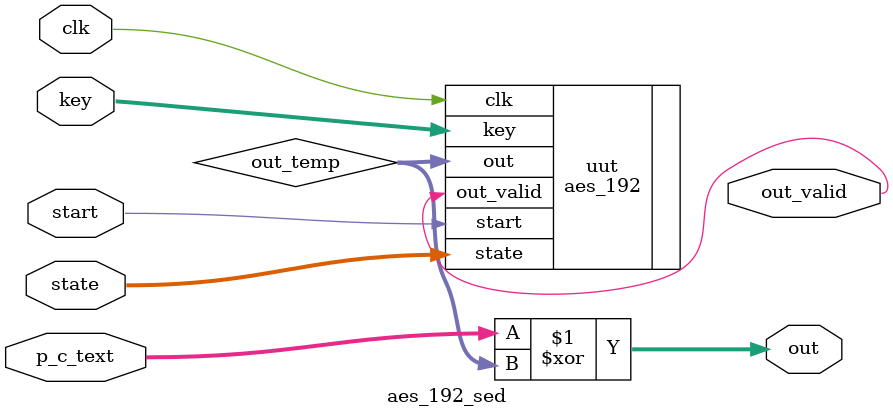
<source format=v>
/*
 * Description:
 * AES is implemented in CTR mode.
 * Give 128 bit input to "p_c_text" (plain/cipher text).
 * Give 192 bit key to "key".
 * Give 128 initial vector to "state".
 *
 * Conditions: 
 * Don't give new inputs and start until assertion of out_valid.
 * Start has to go from 0 to 1 for the correct starting.
 * "state" value should be same for both encryption and decryption.
 *
 * sed: Serialized Encryption and Decryption
 */

module aes_192_sed(clk, start, state, p_c_text, key, out, out_valid);
    input          clk;
    input          start;
    input  [127:0] state, p_c_text;
    input  [191:0] key;
    output [127:0] out;
    output         out_valid;
	
    wire    [127:0] out_temp;
    wire     out_valid;
    
    // Instantiate the Unit Under Test (UUT)
	aes_192 uut (
		.clk(clk), 
		.start(start), 
		.state(state), 
		.key(key), 
		.out(out_temp),
		.out_valid(out_valid)
	);

    // Muxing p_c_text with output of AES core.
    assign out = p_c_text ^ out_temp;

endmodule


</source>
